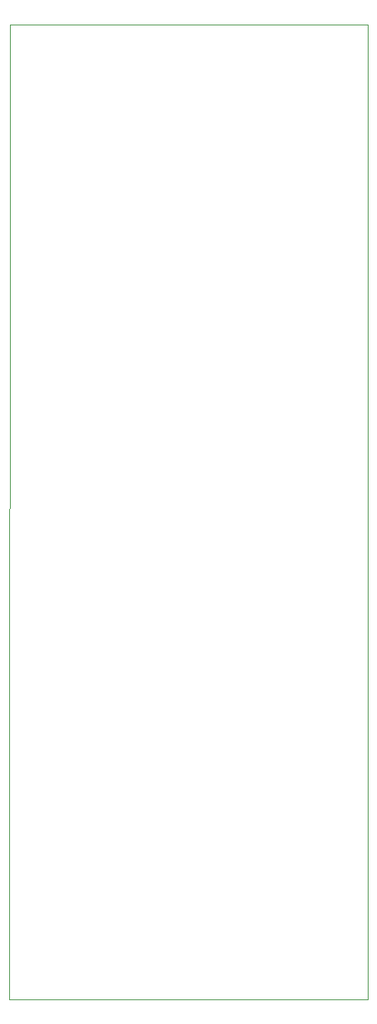
<source format=gbr>
%TF.GenerationSoftware,KiCad,Pcbnew,(6.0.4-0)*%
%TF.CreationDate,2022-12-21T08:50:29-08:00*%
%TF.ProjectId,contact,636f6e74-6163-4742-9e6b-696361645f70,rev?*%
%TF.SameCoordinates,Original*%
%TF.FileFunction,Profile,NP*%
%FSLAX46Y46*%
G04 Gerber Fmt 4.6, Leading zero omitted, Abs format (unit mm)*
G04 Created by KiCad (PCBNEW (6.0.4-0)) date 2022-12-21 08:50:29*
%MOMM*%
%LPD*%
G01*
G04 APERTURE LIST*
%TA.AperFunction,Profile*%
%ADD10C,0.100000*%
%TD*%
G04 APERTURE END LIST*
D10*
X147522500Y-39000000D02*
X187000000Y-39000000D01*
X187000000Y-39000000D02*
X186977500Y-146300000D01*
X186977500Y-146300000D02*
X147500000Y-146300000D01*
X147500000Y-146300000D02*
X147522500Y-39000000D01*
M02*

</source>
